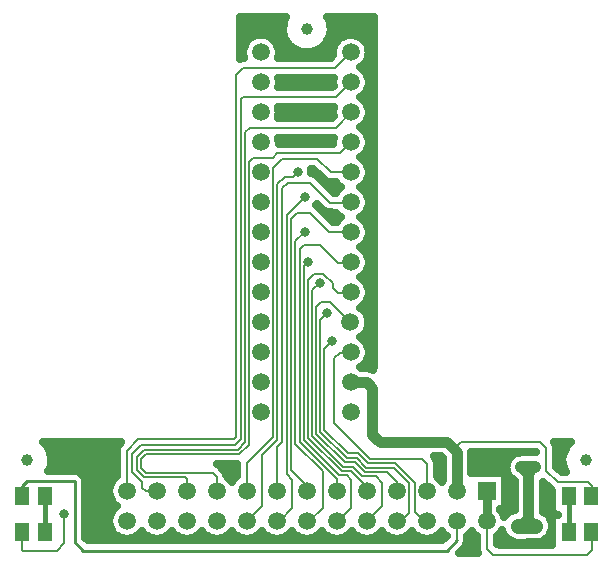
<source format=gbr>
G04 DipTrace 3.0.0.2*
G04 Top.gbr*
%MOIN*%
G04 #@! TF.FileFunction,Copper,L1,Top*
G04 #@! TF.Part,Single*
G04 #@! TA.AperFunction,Conductor*
%ADD10C,0.01*%
%ADD14C,0.007*%
%ADD15C,0.03*%
%ADD16C,0.035*%
%ADD17C,0.02*%
%ADD19C,0.05*%
%ADD20C,0.04*%
%ADD21C,0.015*%
G04 #@! TA.AperFunction,CopperBalancing*
%ADD22C,0.025*%
G04 #@! TA.AperFunction,ComponentPad*
%ADD23C,0.059055*%
%ADD24R,0.051181X0.059055*%
%ADD26C,0.03937*%
G04 #@! TA.AperFunction,ComponentPad*
%ADD27R,0.059055X0.059055*%
G04 #@! TA.AperFunction,ViaPad*
%ADD28C,0.031496*%
%FSLAX26Y26*%
G04*
G70*
G90*
G75*
G01*
G04 Top*
%LPD*%
X1517441Y631221D2*
D14*
Y671929D1*
X1393045Y796326D1*
Y1437139D1*
X1407874Y1451969D1*
X1461418D1*
X1521523Y1391864D1*
X1564160D1*
Y1393701D1*
X1417441Y531221D2*
X1424528D1*
X1469816Y576509D1*
Y698163D1*
X1379003Y788977D1*
Y1463649D1*
X1410368Y1495013D1*
X1817441Y631221D2*
Y722454D1*
X1801313Y738583D1*
X1627691D1*
X1508662Y857612D1*
Y1074541D1*
X1526772Y1092651D1*
X1563110D1*
X1564160Y1093701D1*
X1617441Y531221D2*
X1619016D1*
X1669160Y581365D1*
Y659187D1*
X1646851Y681496D1*
X1602100D1*
X1570210Y713386D1*
X1538058D1*
X1435565Y815879D1*
Y1300394D1*
X1459711Y1324541D1*
X1217441Y531221D2*
X1218360D1*
X1268635Y581496D1*
Y751969D1*
X1318898Y802231D1*
Y1653806D1*
X1344226Y1679134D1*
X1371391D1*
X1387402Y1695145D1*
X1317441Y531221D2*
X1326759D1*
X1369160Y573622D1*
Y669292D1*
X1349607Y688845D1*
Y1550131D1*
X1410761Y1611286D1*
X1717441Y631221D2*
Y662743D1*
X1685433Y694751D1*
X1610893D1*
X1578084Y727559D1*
X1544226D1*
X1449213Y822572D1*
Y1244095D1*
X1465748Y1260630D1*
X1494357D1*
X1560499Y1194488D1*
Y1195788D1*
X1562586Y1193701D1*
X1617441Y631221D2*
Y645551D1*
X1564698Y698294D1*
X1533202D1*
X1421785Y809711D1*
Y1335827D1*
X1441208Y1355250D1*
X1472704D1*
X1504200Y1323753D1*
Y1309187D1*
X1521129Y1292257D1*
X1562717D1*
X1564160Y1293701D1*
X468885Y493688D2*
Y435446D1*
X471523Y432809D1*
X582940D1*
X607087Y456956D1*
Y556299D1*
X2017441Y531221D2*
Y440040D1*
X2039108Y418373D1*
X2352494D1*
X2367979Y433858D1*
Y491470D1*
X2365761Y493688D1*
X2017441Y631221D2*
D15*
Y531221D1*
X1917441Y631221D2*
D16*
Y761168D1*
X1884777Y793832D1*
X1659711D1*
X1634515Y819029D1*
Y975853D1*
X1616667Y993701D1*
X1564160D1*
X1917441Y761168D2*
D14*
Y780567D1*
X1929921Y795932D1*
X2195013D1*
X2215355Y775591D1*
Y698950D1*
X2253150Y661155D1*
X2354068D1*
X2366273Y648950D1*
Y615748D1*
X2365486Y614961D1*
X2179397Y711155D2*
D17*
X2165782Y684138D1*
Y542897D1*
X2179397Y514698D1*
X2131890Y711024D2*
D20*
X2179397Y711155D1*
X2120998Y514173D2*
D19*
X2179397Y514698D1*
X2131890Y711024D2*
D17*
Y703412D1*
X2149475Y685827D1*
Y542651D1*
X2120998Y514173D1*
X1917441Y531221D2*
D14*
Y466785D1*
D10*
X1883596Y432940D1*
X672441D1*
X643701Y461680D1*
Y663780D1*
X484252D1*
X469029Y648557D1*
Y616011D1*
X543832D2*
D21*
Y493832D1*
X543688Y493688D1*
X2290958D2*
Y614685D1*
X2290683Y614961D1*
X1517441Y531221D2*
D14*
X1522297D1*
X1566011Y574935D1*
Y670079D1*
X1551969Y684121D1*
X1524803D1*
X1407087Y801837D1*
Y1380315D1*
X1421654Y1394882D1*
X1717441Y531221D2*
X1730433D1*
X1759055Y559843D1*
Y657743D1*
X1707087Y709711D1*
X1616142D1*
X1584646Y741208D1*
X1551181D1*
X1462467Y829921D1*
Y1201050D1*
X1486221Y1224803D1*
X1117441Y631221D2*
Y678360D1*
X1103937Y691864D1*
X881365D1*
X865223Y708005D1*
Y737664D1*
X881496Y753937D1*
X1192389D1*
X1224803Y786352D1*
Y1728101D1*
X1239091Y1742389D1*
X1303019D1*
X1317717Y1757087D1*
X1527546D1*
X1564160Y1793701D1*
X1017441Y631221D2*
Y670092D1*
X1010236Y677297D1*
X874541D1*
X850394Y701444D1*
Y745013D1*
X874672Y769292D1*
X1187139D1*
X1211418Y793570D1*
Y1828084D1*
X1226247Y1842914D1*
X1513373D1*
X1564160Y1893701D1*
X917441Y631221D2*
X879672D1*
X868635Y642257D1*
Y660105D1*
X834121Y694620D1*
Y756562D1*
X863911Y786352D1*
X1178084D1*
X1196851Y805118D1*
Y1938058D1*
X1203281Y1944488D1*
X1514948D1*
X1564160Y1993701D1*
X817441Y631221D2*
Y765604D1*
X856168Y804331D1*
X1174016D1*
X1181496Y811811D1*
Y2018110D1*
X1204856Y2041470D1*
X1511929D1*
X1564160Y2093701D1*
X1417441Y631221D2*
Y646995D1*
X1364305Y700131D1*
Y1537927D1*
X1386221Y1559843D1*
X1427297D1*
X1491864Y1495276D1*
X1562586D1*
X1564160Y1493701D1*
X1317441Y631221D2*
Y776890D1*
X1334252Y793701D1*
Y1640420D1*
X1353281Y1659449D1*
X1427297D1*
X1493701Y1593045D1*
X1563504D1*
X1564160Y1593701D1*
X1817441Y531221D2*
X1807494D1*
X1776641Y562074D1*
Y659580D1*
X1711286Y724935D1*
X1619816D1*
X1586746Y758005D1*
X1553544D1*
X1475591Y835958D1*
Y1105774D1*
X1500919Y1131103D1*
X1217441Y631221D2*
Y725053D1*
X1305118Y812730D1*
Y1709187D1*
X1334646Y1738714D1*
X1452887D1*
X1497900Y1693701D1*
X1564160D1*
D28*
X1410368Y1495013D3*
X1459711Y1324541D3*
X1387402Y1695145D3*
X1410761Y1611286D3*
X607087Y556299D3*
X2179397Y711155D3*
Y514698D3*
D3*
Y711155D3*
X1421654Y1394882D3*
X1486221Y1224803D3*
X1500919Y1131103D3*
X2131890Y711024D3*
X2120998Y514173D3*
X1196402Y2186726D2*
D22*
X1337202D1*
X1497427D2*
X1638227D1*
X1196402Y2161857D2*
X1336763D1*
X1497866D2*
X1638227D1*
X1196402Y2136988D2*
X1221576D1*
X1306752D2*
X1344672D1*
X1489956D2*
X1521576D1*
X1606752D2*
X1638227D1*
X1196402Y2112120D2*
X1205593D1*
X1322719D2*
X1364204D1*
X1470424D2*
X1505610D1*
X1622719D2*
X1638227D1*
X1325307Y2087251D2*
X1503023D1*
X1625307D2*
X1638227D1*
X1616664Y2062382D2*
X1638227D1*
X1606215Y2037513D2*
X1638227D1*
X1622524Y2012645D2*
X1638227D1*
X1325356Y1987776D2*
X1502924D1*
X1625356D2*
X1638227D1*
X1617007Y1962907D2*
X1638227D1*
X1605580Y1938038D2*
X1638227D1*
X1622378Y1913170D2*
X1638227D1*
X1325406Y1888301D2*
X1502876D1*
X1625406D2*
X1638227D1*
X1617299Y1863432D2*
X1638227D1*
X1604995Y1838563D2*
X1638227D1*
X1622183Y1813694D2*
X1638227D1*
X1625454Y1788826D2*
X1638227D1*
X1617642Y1763957D2*
X1638227D1*
X1604360Y1739088D2*
X1638227D1*
X1621987Y1714219D2*
X1638227D1*
X1443715Y1689351D2*
X1453076D1*
X1625503D2*
X1638227D1*
X1471402Y1664482D2*
X1480130D1*
X1617935D2*
X1638227D1*
X1496303Y1639613D2*
X1524604D1*
X1603726D2*
X1638227D1*
X1621792Y1614744D2*
X1638227D1*
X1625551Y1589876D2*
X1638227D1*
X1618227Y1565007D2*
X1638227D1*
X1496156Y1540138D2*
X1525239D1*
X1603091D2*
X1638227D1*
X1621596Y1515269D2*
X1638227D1*
X1625600Y1490400D2*
X1638227D1*
X1618520Y1465532D2*
X1638227D1*
X1602407Y1440663D2*
X1638227D1*
X1621402Y1415794D2*
X1638227D1*
X1625600Y1390925D2*
X1638227D1*
X1618814Y1366057D2*
X1638227D1*
X1601675Y1341188D2*
X1638227D1*
X1621156Y1316319D2*
X1638227D1*
X1625650Y1291450D2*
X1638227D1*
X1619058Y1266582D2*
X1638227D1*
X1599379Y1241713D2*
X1638227D1*
X1619351Y1216844D2*
X1638227D1*
X1624087Y1191975D2*
X1638227D1*
X1617788Y1167107D2*
X1638227D1*
X1600210Y1142238D2*
X1638227D1*
X1620718Y1117369D2*
X1638227D1*
X1625650Y1092500D2*
X1638227D1*
X1619595Y1067631D2*
X1638227D1*
X1599428Y1042763D2*
X1638227D1*
X540347Y794075D2*
X796772D1*
X2245180D2*
X2294282D1*
X559292Y769206D2*
X782172D1*
X2250844D2*
X2275336D1*
X566811Y744337D2*
X781978D1*
X1844643D2*
X1865327D1*
X1966908D2*
X2092818D1*
X2250844D2*
X2267818D1*
X566030Y719469D2*
X781978D1*
X1124478D2*
X1181978D1*
X1852944D2*
X1867963D1*
X1966908D2*
X2080610D1*
X2250844D2*
X2268599D1*
X661684Y694600D2*
X781978D1*
X1148647D2*
X1181978D1*
X1852944D2*
X1867963D1*
X1966908D2*
X2082710D1*
X2268862D2*
X2277868D1*
X680191Y669731D2*
X770210D1*
X2078970D2*
X2102143D1*
X680679Y644862D2*
X757515D1*
X2078970D2*
X2107515D1*
X2207778D2*
X2220309D1*
X680679Y619994D2*
X757026D1*
X2078970D2*
X2107515D1*
X2207778D2*
X2233100D1*
X680679Y595125D2*
X768256D1*
X2078970D2*
X2107515D1*
X2207778D2*
X2233100D1*
X680679Y570256D2*
X770698D1*
X2064419D2*
X2107515D1*
X2207778D2*
X2233100D1*
X680679Y545387D2*
X757660D1*
X680679Y520519D2*
X756928D1*
X680679Y495650D2*
X767866D1*
X685855Y470781D2*
X1870160D1*
X1954214D2*
X1981978D1*
X2052944D2*
X2085542D1*
X2214126D2*
X2233394D1*
X1947378Y445912D2*
X1981978D1*
X1595491Y1043685D2*
X1599799Y1040692D1*
X1620353Y1040541D1*
X1627635Y1039387D1*
X1634647Y1037109D1*
X1638009Y1035557D1*
X1640729Y1044272D1*
Y2211607D1*
X1486089Y2211595D1*
X1492977Y2197547D1*
X1495655Y2182255D1*
X1496870Y2172966D1*
X1494691Y2157595D1*
X1492977Y2148385D1*
X1486154Y2134439D1*
X1481679Y2126209D1*
X1470879Y2115054D1*
X1464080Y2108610D1*
X1450362Y2101339D1*
X1441904Y2097313D1*
X1426612Y2094634D1*
X1417323Y2093419D1*
X1401952Y2095599D1*
X1392742Y2097313D1*
X1378795Y2104135D1*
X1370566Y2108610D1*
X1359411Y2119410D1*
X1352967Y2126209D1*
X1345696Y2139927D1*
X1341670Y2148385D1*
X1338991Y2163677D1*
X1337776Y2172966D1*
X1339956Y2188337D1*
X1341670Y2197547D1*
X1348546Y2211601D1*
X1193918Y2211595D1*
Y2072582D1*
X1199696Y2074047D1*
X1208420Y2074454D1*
X1206780Y2079925D1*
X1205331Y2089071D1*
Y2098331D1*
X1206780Y2107477D1*
X1209641Y2116284D1*
X1213844Y2124534D1*
X1219288Y2132026D1*
X1225835Y2138574D1*
X1233327Y2144017D1*
X1241578Y2148221D1*
X1250385Y2151082D1*
X1259530Y2152530D1*
X1268790D1*
X1277936Y2151082D1*
X1286743Y2148221D1*
X1294994Y2144017D1*
X1302486Y2138574D1*
X1309033Y2132026D1*
X1314477Y2124534D1*
X1318680Y2116284D1*
X1321541Y2107477D1*
X1322990Y2098331D1*
Y2089071D1*
X1321541Y2079925D1*
X1319914Y2074463D1*
X1498264Y2074454D1*
X1505876Y2084470D1*
X1505149Y2093701D1*
X1505876Y2102932D1*
X1508037Y2111937D1*
X1511580Y2120492D1*
X1516419Y2128387D1*
X1522433Y2135428D1*
X1529474Y2141442D1*
X1537369Y2146281D1*
X1545924Y2149824D1*
X1554929Y2151986D1*
X1564160Y2152713D1*
X1573391Y2151986D1*
X1582397Y2149824D1*
X1590952Y2146281D1*
X1598847Y2141442D1*
X1605887Y2135428D1*
X1611902Y2128387D1*
X1616740Y2120492D1*
X1620284Y2111937D1*
X1622445Y2102932D1*
X1623172Y2093701D1*
X1622445Y2084470D1*
X1620284Y2075465D1*
X1616740Y2066910D1*
X1611902Y2059015D1*
X1605887Y2051974D1*
X1598847Y2045960D1*
X1595491Y2043717D1*
X1602486Y2038574D1*
X1609033Y2032026D1*
X1614477Y2024534D1*
X1618680Y2016284D1*
X1621541Y2007477D1*
X1622990Y1998331D1*
Y1989071D1*
X1621541Y1979925D1*
X1618680Y1971118D1*
X1614477Y1962868D1*
X1609033Y1955376D1*
X1602486Y1948828D1*
X1595491Y1943717D1*
X1602486Y1938574D1*
X1609033Y1932026D1*
X1614477Y1924534D1*
X1618680Y1916284D1*
X1621541Y1907477D1*
X1622990Y1898331D1*
Y1889071D1*
X1621541Y1879925D1*
X1618680Y1871118D1*
X1614477Y1862868D1*
X1609033Y1855376D1*
X1602486Y1848828D1*
X1595491Y1843717D1*
X1602486Y1838574D1*
X1609033Y1832026D1*
X1614477Y1824534D1*
X1618680Y1816284D1*
X1621541Y1807477D1*
X1622990Y1798331D1*
Y1789071D1*
X1621541Y1779925D1*
X1618680Y1771118D1*
X1614477Y1762868D1*
X1609033Y1755376D1*
X1602486Y1748828D1*
X1595491Y1743717D1*
X1602486Y1738574D1*
X1609033Y1732026D1*
X1614477Y1724534D1*
X1618680Y1716284D1*
X1621541Y1707477D1*
X1622990Y1698331D1*
Y1689071D1*
X1621541Y1679925D1*
X1618680Y1671118D1*
X1614477Y1662868D1*
X1609033Y1655376D1*
X1602486Y1648828D1*
X1595491Y1643717D1*
X1602486Y1638574D1*
X1609033Y1632026D1*
X1614477Y1624534D1*
X1618680Y1616284D1*
X1621541Y1607477D1*
X1622990Y1598331D1*
Y1589071D1*
X1621541Y1579925D1*
X1618680Y1571118D1*
X1614477Y1562868D1*
X1609033Y1555376D1*
X1602486Y1548828D1*
X1595491Y1543717D1*
X1602486Y1538574D1*
X1609033Y1532026D1*
X1614477Y1524534D1*
X1618680Y1516284D1*
X1621541Y1507477D1*
X1622990Y1498331D1*
Y1489071D1*
X1621541Y1479925D1*
X1618680Y1471118D1*
X1614477Y1462868D1*
X1609033Y1455376D1*
X1602486Y1448828D1*
X1595491Y1443717D1*
X1602486Y1438574D1*
X1609033Y1432026D1*
X1614477Y1424534D1*
X1618680Y1416284D1*
X1621541Y1407477D1*
X1622990Y1398331D1*
Y1389071D1*
X1621541Y1379925D1*
X1618680Y1371118D1*
X1614477Y1362868D1*
X1609033Y1355376D1*
X1602486Y1348828D1*
X1595491Y1343717D1*
X1602486Y1338574D1*
X1609033Y1332026D1*
X1614477Y1324534D1*
X1618680Y1316284D1*
X1621541Y1307477D1*
X1622990Y1298331D1*
Y1289071D1*
X1621541Y1279925D1*
X1618680Y1271118D1*
X1614477Y1262868D1*
X1609033Y1255376D1*
X1602486Y1248828D1*
X1594693Y1243217D1*
X1600911Y1238574D1*
X1607458Y1232026D1*
X1612902Y1224534D1*
X1617105Y1216284D1*
X1619966Y1207477D1*
X1621415Y1198331D1*
Y1189071D1*
X1619966Y1179925D1*
X1617105Y1171118D1*
X1612902Y1162868D1*
X1607458Y1155376D1*
X1600911Y1148828D1*
X1594668Y1144219D1*
X1602486Y1138574D1*
X1609033Y1132026D1*
X1614477Y1124534D1*
X1618680Y1116284D1*
X1621541Y1107477D1*
X1622990Y1098331D1*
Y1089071D1*
X1621541Y1079925D1*
X1618680Y1071118D1*
X1614477Y1062868D1*
X1609033Y1055376D1*
X1602486Y1048828D1*
X1595491Y1043717D1*
X1516328Y1528252D2*
X1522433Y1535428D1*
X1529474Y1541442D1*
X1532830Y1543685D1*
X1525835Y1548828D1*
X1519288Y1555376D1*
X1515725Y1560053D1*
X1491113Y1560163D1*
X1483508Y1561675D1*
X1476467Y1564921D1*
X1470378Y1569722D1*
X1450456Y1589643D1*
X1447933Y1585565D1*
X1468298Y1565488D1*
X1505551Y1528234D1*
X1514840Y1626024D2*
X1519288Y1632026D1*
X1525835Y1638574D1*
X1532830Y1643685D1*
X1525835Y1648828D1*
X1519288Y1655376D1*
X1515282Y1660715D1*
X1495313Y1660819D1*
X1487708Y1662331D1*
X1480667Y1665578D1*
X1474578Y1670378D1*
X1439256Y1705698D1*
X1431383Y1705704D1*
X1432495Y1698693D1*
X1432511Y1692025D1*
X1439919Y1689923D1*
X1446684Y1686134D1*
X1450620Y1682772D1*
X1507348Y1626045D1*
X1505292Y1790066D2*
X1505331Y1798331D1*
X1506780Y1807477D1*
X1507471Y1809933D1*
X1320941Y1809929D1*
X1322445Y1802932D1*
X1323172Y1793701D1*
X1323029Y1790066D1*
X1505265Y1790071D1*
X1506274Y1882463D2*
X1505331Y1889071D1*
Y1898331D1*
X1506780Y1907477D1*
X1507914Y1911502D1*
X1320465Y1911504D1*
X1322445Y1902932D1*
X1323172Y1893701D1*
X1322445Y1884470D1*
X1320407Y1875900D1*
X1499734Y1875898D1*
X1506274Y1982463D2*
X1505331Y1989071D1*
Y1998331D1*
X1507059Y2008470D1*
X1321256Y2008486D1*
X1322990Y1998331D1*
Y1989071D1*
X1321541Y1979925D1*
X1320849Y1977469D1*
X1501280Y1977473D1*
X2248383Y552700D2*
X2253999D1*
X2245757Y555949D1*
X2235608D1*
Y633244D1*
X2229827Y637832D1*
X2205278Y662381D1*
X2205267Y562605D1*
X2211024Y559063D1*
X2217575Y553570D1*
X2223185Y547118D1*
X2227718Y539869D1*
X2231061Y532000D1*
X2233131Y523705D1*
X2233878Y515188D1*
X2233284Y506659D1*
X2231364Y498328D1*
X2228163Y490400D1*
X2223761Y483071D1*
X2218268Y476520D1*
X2211816Y470910D1*
X2204567Y466377D1*
X2196698Y463034D1*
X2188403Y460963D1*
X2179886Y460217D1*
X2117211Y459822D1*
X2108755Y461083D1*
X2100601Y463651D1*
X2092949Y467465D1*
X2085987Y472427D1*
X2079887Y478418D1*
X2074799Y485289D1*
X2070851Y492872D1*
X2068131Y500995D1*
X2062314Y492895D1*
X2055767Y486348D1*
X2050427Y482343D1*
X2050425Y453730D1*
X2064108Y451357D1*
X2235836D1*
X2235883Y552700D1*
X2248383D1*
X1964436Y690232D2*
X2076453D1*
Y572209D1*
X2061950D1*
X2062314Y569546D1*
X2067757Y562054D1*
X2071961Y553803D1*
X2074822Y544996D1*
X2075108Y543559D1*
X2079251Y549184D1*
X2085242Y555284D1*
X2092113Y560372D1*
X2099696Y564320D1*
X2107803Y567036D1*
X2109991Y567651D1*
Y666626D1*
X2102915Y670910D1*
X2096996Y675937D1*
X2091937Y681827D1*
X2087861Y688437D1*
X2084870Y695603D1*
X2083037Y703147D1*
X2082406Y710887D1*
X2082994Y718630D1*
X2084786Y726185D1*
X2087738Y733368D1*
X2091776Y739999D1*
X2096803Y745918D1*
X2102693Y750977D1*
X2109303Y755053D1*
X2116469Y758044D1*
X2124013Y759877D1*
X2131753Y760508D1*
X2182369Y760525D1*
X2182370Y761890D1*
X2170013Y762948D1*
X1964398D1*
X1964425Y690221D1*
X1867457Y662551D2*
X1870450Y666860D1*
X1870457Y741719D1*
X1865332Y746831D1*
X1839709Y746848D1*
X1844126Y741841D1*
X1847915Y735076D1*
X1850019Y727614D1*
X1850425Y722454D1*
Y680121D1*
X1855767Y676093D1*
X1862314Y669546D1*
X1867425Y662551D1*
X1167457D2*
X1172568Y669546D1*
X1179116Y676093D1*
X1184456Y680099D1*
X1184457Y720971D1*
X1119488Y720953D1*
X1125358Y716945D1*
X1142523Y699781D1*
X1146830Y693335D1*
X1149513Y686059D1*
X1150324Y680937D1*
X1155767Y676093D1*
X1162314Y669546D1*
X1167425Y662551D1*
X786110Y581236D2*
X779116Y586348D1*
X772568Y592895D1*
X767125Y600387D1*
X762921Y608638D1*
X760061Y617445D1*
X758612Y626591D1*
Y635851D1*
X760061Y644996D1*
X762921Y653803D1*
X767125Y662054D1*
X772568Y669546D1*
X779116Y676093D1*
X784456Y680099D1*
X784559Y768192D1*
X786071Y775797D1*
X789318Y782837D1*
X794118Y788927D1*
X799470Y794278D1*
X537717Y794272D1*
X550445Y781141D1*
X557717Y767423D1*
X561743Y758965D1*
X564421Y743672D1*
X565637Y734383D1*
X563457Y719012D1*
X561743Y709802D1*
X556166Y698299D1*
X646407Y698158D1*
X651751Y697311D1*
X656898Y695639D1*
X661719Y693183D1*
X666096Y690002D1*
X669923Y686175D1*
X673104Y681798D1*
X675561Y676977D1*
X677232Y671830D1*
X678079Y666486D1*
X678185Y501280D1*
Y475939D1*
X686694Y467454D1*
X1869268Y467424D1*
X1884313Y482424D1*
X1879116Y486348D1*
X1872568Y492895D1*
X1867457Y499890D1*
X1862314Y492895D1*
X1855767Y486348D1*
X1848274Y480904D1*
X1840024Y476701D1*
X1831217Y473840D1*
X1822071Y472391D1*
X1812811D1*
X1803666Y473840D1*
X1794858Y476701D1*
X1786608Y480904D1*
X1779116Y486348D1*
X1772568Y492895D1*
X1767457Y499890D1*
X1762314Y492895D1*
X1755767Y486348D1*
X1748274Y480904D1*
X1740024Y476701D1*
X1731217Y473840D1*
X1722071Y472391D1*
X1712811D1*
X1703666Y473840D1*
X1694858Y476701D1*
X1686608Y480904D1*
X1679116Y486348D1*
X1672568Y492895D1*
X1667457Y499890D1*
X1662314Y492895D1*
X1655767Y486348D1*
X1648274Y480904D1*
X1640024Y476701D1*
X1631217Y473840D1*
X1622071Y472391D1*
X1612811D1*
X1603666Y473840D1*
X1594858Y476701D1*
X1586608Y480904D1*
X1579116Y486348D1*
X1572568Y492895D1*
X1567457Y499890D1*
X1562314Y492895D1*
X1555767Y486348D1*
X1548274Y480904D1*
X1540024Y476701D1*
X1531217Y473840D1*
X1522071Y472391D1*
X1512811D1*
X1503666Y473840D1*
X1494858Y476701D1*
X1486608Y480904D1*
X1479116Y486348D1*
X1472568Y492895D1*
X1467457Y499890D1*
X1462314Y492895D1*
X1455767Y486348D1*
X1448274Y480904D1*
X1440024Y476701D1*
X1431217Y473840D1*
X1422071Y472391D1*
X1412811D1*
X1403666Y473840D1*
X1394858Y476701D1*
X1386608Y480904D1*
X1379116Y486348D1*
X1372568Y492895D1*
X1367457Y499890D1*
X1362314Y492895D1*
X1355767Y486348D1*
X1348274Y480904D1*
X1340024Y476701D1*
X1331217Y473840D1*
X1322071Y472391D1*
X1312811D1*
X1303666Y473840D1*
X1294858Y476701D1*
X1286608Y480904D1*
X1279116Y486348D1*
X1272568Y492895D1*
X1267457Y499890D1*
X1262314Y492895D1*
X1255767Y486348D1*
X1248274Y480904D1*
X1240024Y476701D1*
X1231217Y473840D1*
X1222071Y472391D1*
X1212811D1*
X1203666Y473840D1*
X1194858Y476701D1*
X1186608Y480904D1*
X1179116Y486348D1*
X1172568Y492895D1*
X1167457Y499890D1*
X1162314Y492895D1*
X1155767Y486348D1*
X1148274Y480904D1*
X1140024Y476701D1*
X1131217Y473840D1*
X1122071Y472391D1*
X1112811D1*
X1103666Y473840D1*
X1094858Y476701D1*
X1086608Y480904D1*
X1079116Y486348D1*
X1072568Y492895D1*
X1067457Y499890D1*
X1062314Y492895D1*
X1055767Y486348D1*
X1048274Y480904D1*
X1040024Y476701D1*
X1031217Y473840D1*
X1022071Y472391D1*
X1012811D1*
X1003666Y473840D1*
X994858Y476701D1*
X986608Y480904D1*
X979116Y486348D1*
X972568Y492895D1*
X967457Y499890D1*
X962314Y492895D1*
X955767Y486348D1*
X948274Y480904D1*
X940024Y476701D1*
X931217Y473840D1*
X922071Y472391D1*
X912811D1*
X903666Y473840D1*
X894858Y476701D1*
X886608Y480904D1*
X879116Y486348D1*
X872568Y492895D1*
X867457Y499890D1*
X862314Y492895D1*
X855767Y486348D1*
X848274Y480904D1*
X840024Y476701D1*
X831217Y473840D1*
X822071Y472391D1*
X812811D1*
X803666Y473840D1*
X794858Y476701D1*
X786608Y480904D1*
X779116Y486348D1*
X772568Y492895D1*
X767125Y500387D1*
X762921Y508638D1*
X760061Y517445D1*
X758612Y526591D1*
Y535851D1*
X760061Y544996D1*
X762921Y553803D1*
X767125Y562054D1*
X772568Y569546D1*
X779116Y576093D1*
X786110Y581205D1*
X1967425Y499890D2*
X1962314Y492895D1*
X1955767Y486348D1*
X1950427Y482343D1*
X1950425Y476876D1*
X1951819Y469491D1*
Y464079D1*
X1950973Y458735D1*
X1949301Y453588D1*
X1946844Y448767D1*
X1943663Y444390D1*
X1925631Y426208D1*
X1987481Y426201D1*
X1985369Y432340D1*
X1984457Y440040D1*
Y482276D1*
X1979116Y486348D1*
X1972568Y492895D1*
X1967457Y499890D1*
X2280621Y694099D2*
X2272903Y709802D1*
X2270225Y725095D1*
X2269009Y734383D1*
X2271189Y749755D1*
X2272903Y758965D1*
X2279726Y772911D1*
X2284202Y781141D1*
X2296990Y794285D1*
X2242576Y794272D1*
X2245828Y788213D1*
X2247932Y780751D1*
X2248339Y775591D1*
Y712651D1*
X2266816Y694134D1*
X2280641Y694139D1*
X2272903Y709802D1*
X2272152Y712929D1*
D23*
X1564160Y893701D3*
Y993701D3*
Y1093701D3*
X1562586Y1193701D3*
X1564160Y1293701D3*
Y1393701D3*
Y1493701D3*
Y1593701D3*
Y1693701D3*
Y1793701D3*
Y1893701D3*
Y1993701D3*
Y2093701D3*
X1264160D3*
Y1993701D3*
Y1893701D3*
Y1793701D3*
Y1693701D3*
Y1593701D3*
Y1493701D3*
Y1393701D3*
Y1293701D3*
Y1193701D3*
Y1093701D3*
Y993701D3*
Y893701D3*
D24*
X2365761Y493688D3*
X2290958D3*
X468885D3*
X543688D3*
D26*
X486089Y734383D3*
X1417323Y2172966D3*
X2348557Y734383D3*
D24*
X2365486Y614961D3*
X2290683D3*
X469029Y616011D3*
X543832D3*
D27*
X2017441Y631221D3*
D23*
X1917441D3*
X1817441D3*
X1717441D3*
X1617441D3*
X1517441D3*
X1417441D3*
X1317441D3*
X1217441D3*
X1117441D3*
X1017441D3*
X917441D3*
X817441D3*
Y531221D3*
X917441D3*
X1017441D3*
X1117441D3*
X1217441D3*
X1317441D3*
X1417441D3*
X1517441D3*
X1617441D3*
X1717441D3*
X1817441D3*
X1917441D3*
X2017441D3*
M02*

</source>
